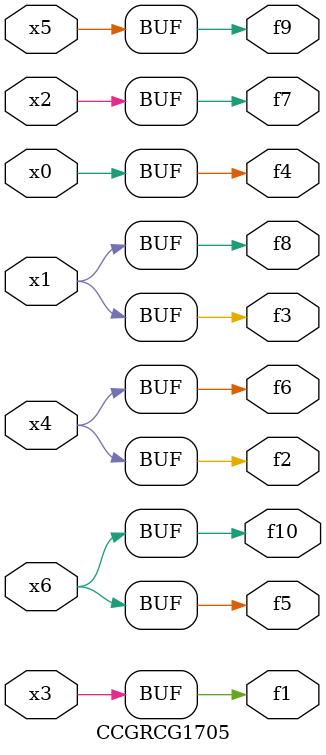
<source format=v>
module CCGRCG1705(
	input x0, x1, x2, x3, x4, x5, x6,
	output f1, f2, f3, f4, f5, f6, f7, f8, f9, f10
);
	assign f1 = x3;
	assign f2 = x4;
	assign f3 = x1;
	assign f4 = x0;
	assign f5 = x6;
	assign f6 = x4;
	assign f7 = x2;
	assign f8 = x1;
	assign f9 = x5;
	assign f10 = x6;
endmodule

</source>
